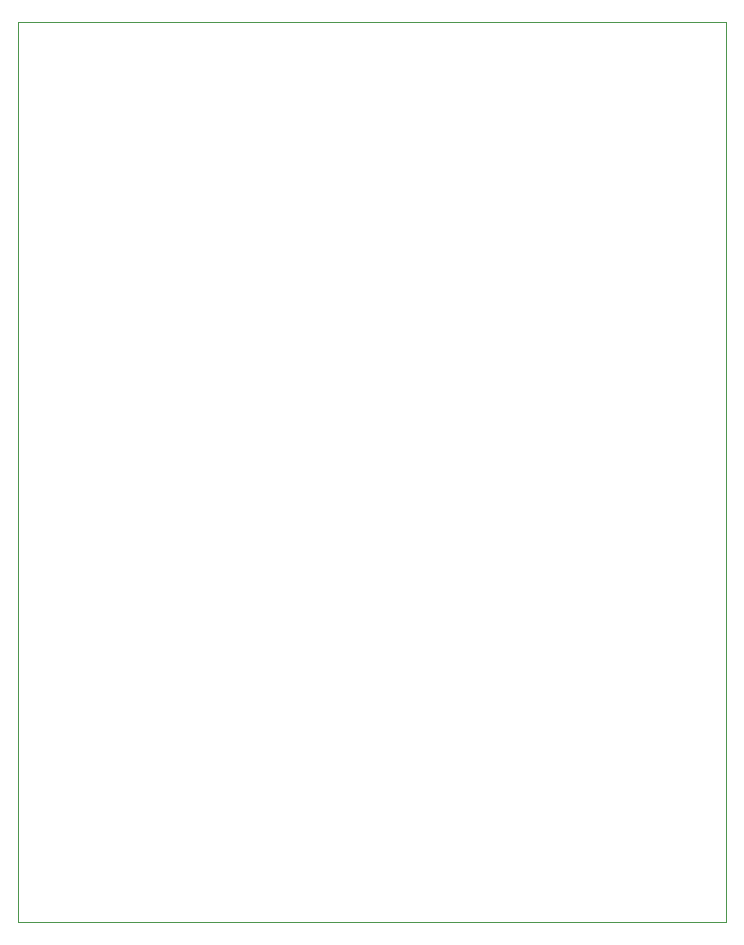
<source format=gbr>
G04 #@! TF.GenerationSoftware,KiCad,Pcbnew,(5.1.2)-2*
G04 #@! TF.CreationDate,2019-08-08T10:37:34+12:00*
G04 #@! TF.ProjectId,Shutter_Driver,53687574-7465-4725-9f44-72697665722e,rev?*
G04 #@! TF.SameCoordinates,Original*
G04 #@! TF.FileFunction,Profile,NP*
%FSLAX46Y46*%
G04 Gerber Fmt 4.6, Leading zero omitted, Abs format (unit mm)*
G04 Created by KiCad (PCBNEW (5.1.2)-2) date 2019-08-08 10:37:34*
%MOMM*%
%LPD*%
G04 APERTURE LIST*
%ADD10C,0.050000*%
G04 APERTURE END LIST*
D10*
X48260000Y-113030000D02*
X48260000Y-36830000D01*
X108204000Y-113030000D02*
X48260000Y-113030000D01*
X108204000Y-36830000D02*
X108204000Y-113030000D01*
X48260000Y-36830000D02*
X108204000Y-36830000D01*
M02*

</source>
